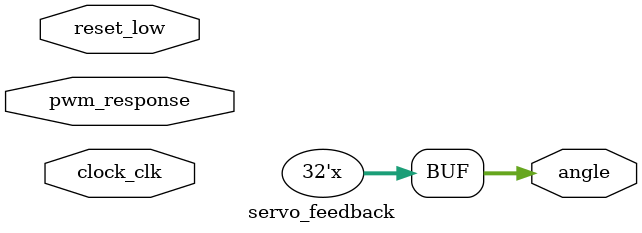
<source format=v>
module servo_feedback(input clock_clk, input reset_low, input pwm_response, output reg [31:0] angle);
	reg [31:0] count;
	
	// Total pulse width
	//localparam totalTime = 10;
	
	// Handle resets and increase count on positive clock edges
	always @(clock_clk or reset_low) begin
		if (reset_low == 0) begin
			count <= 0;
		end
		else if (clock_clk == 1 & pwm_response == 1) begin
			if (pwm_response == 1) begin
				count <= count + 1;
			end
			else begin
				if (count > 0) begin
					angle <= count;
				end
				count <= 0;
			end
		end
	end
	
endmodule
</source>
